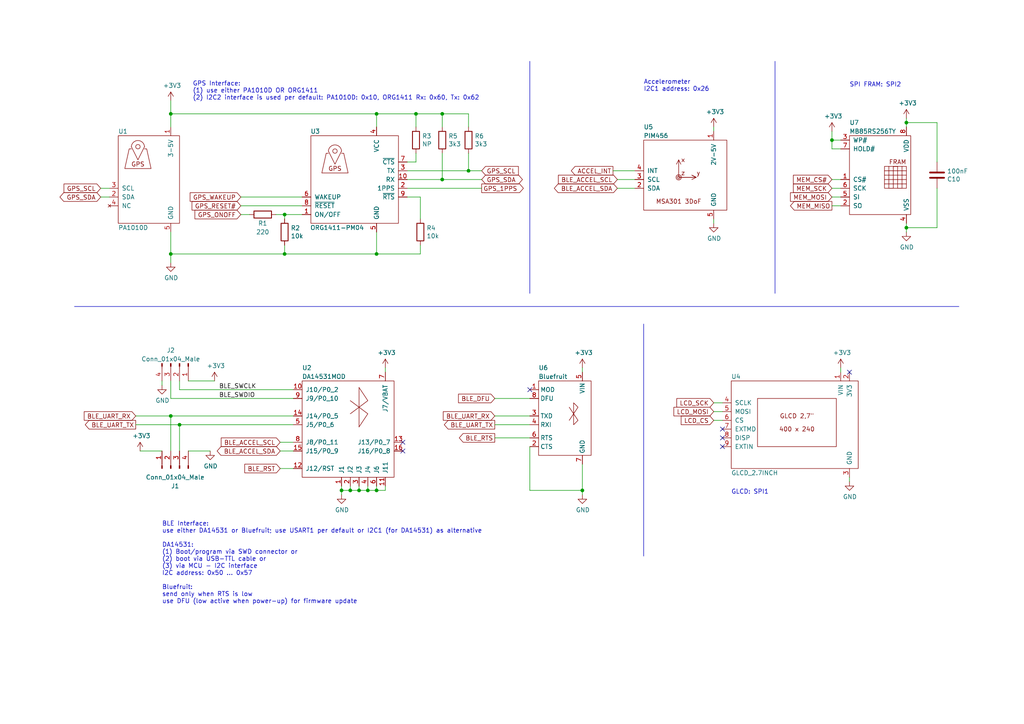
<source format=kicad_sch>
(kicad_sch (version 20220126) (generator eeschema)
  (paper "A4")
  (title_block (title "Speedcoach") (rev "v1") (company "Peter Horauer"))
  (lib_symbols
    (symbol "Device:C" (pin_numbers hide) (pin_names (offset 0.254))
      (property "Reference" "C" (at 0.635 2.54 0))
      (property "Value" "C" (at 0.635 -2.54 0))
      (symbol "C_0_1"
        (polyline (pts (xy -2.032 -0.762) (xy 2.032 -0.762)) (stroke (width 0.508)))
        (polyline (pts (xy -2.032 0.762) (xy 2.032 0.762)) (stroke (width 0.508)))
      )
      (symbol "C_1_1"
        (pin passive line (at 0 3.81 270) (length 2.794) (name "~") (number "1"))
        (pin passive line (at 0 -3.81 90) (length 2.794) (name "~") (number "2"))
      )
    )
    (symbol "Device:R" (pin_numbers hide) (pin_names (offset 0))
      (property "Reference" "R" (at 2.032 0 90))
      (property "Value" "R" (at 0 0 90))
      (symbol "R_0_1"
        (rectangle (start -1.016 -2.54) (end 1.016 2.54) (stroke (width 0.254)))
      )
      (symbol "R_1_1"
        (pin passive line (at 0 3.81 270) (length 1.27) (name "~") (number "1"))
        (pin passive line (at 0 -3.81 90) (length 1.27) (name "~") (number "2"))
      )
    )
    (symbol "power:+3V3" (power) (pin_names (offset 0))
      (property "Value" "+3V3" (at 0 3.556 0))
      (symbol "+3V3_0_1"
        (polyline (pts (xy -0.762 1.27) (xy 0 2.54)))
        (polyline (pts (xy 0 0) (xy 0 2.54)))
        (polyline (pts (xy 0 2.54) (xy 0.762 1.27)))
      )
      (symbol "+3V3_1_1"
        (pin power_in line (at 0 0 90) (length 0) hide (name "+3V3") (number "1"))
      )
    )
    (symbol "power:GND" (power) (pin_names (offset 0))
      (property "Value" "GND" (at 0 -3.81 0))
      (symbol "GND_0_1"
        (polyline (pts (xy 0 0) (xy 0 -1.27) (xy 1.27 -1.27) (xy 0 -2.54) (xy -1.27 -1.27) (xy 0 -1.27)))
      )
      (symbol "GND_1_1"
        (pin power_in line (at 0 0 270) (length 0) hide (name "GND") (number "1"))
      )
    )
    (symbol "speedcoach:Bluefruit"
      (property "Reference" "U" (at 3.81 20.32 0))
      (property "Value" "Bluefruit" (at 12.7 5.08 0))
      (symbol "Bluefruit_0_1"
        (polyline (pts (xy 11.43 11.43) (xy 13.97 7.62) (xy 12.7 6.35) (xy 12.7 12.7) (xy 13.97 11.43) (xy 11.43 7.62)))
        (rectangle (start 2.54 19.05) (end 17.78 -2.54))
      )
      (symbol "Bluefruit_1_1"
        (pin input line (at 0 16.51 0) (length 2.54) (name "MOD") (number "1"))
        (pin input line (at 0 0 0) (length 2.54) (name "CTS") (number "2"))
        (pin output line (at 0 8.89 0) (length 2.54) (name "TXD") (number "3"))
        (pin input line (at 0 6.35 0) (length 2.54) (name "RXI") (number "4"))
        (pin power_in line (at 15.24 21.59 270) (length 2.54) (name "VIN") (number "5"))
        (pin output line (at 0 2.54 0) (length 2.54) (name "RTS") (number "6"))
        (pin power_in line (at 15.24 -5.08 90) (length 2.54) (name "GND") (number "7"))
        (pin input line (at 0 13.97 0) (length 2.54) (name "DFU") (number "8"))
      )
    )
    (symbol "speedcoach:Conn_01x04_Male" (pin_names (offset 1.016) hide)
      (property "Reference" "J" (at 0 5.08 0))
      (property "Value" "Conn_01x04_Male" (at 0 -7.62 0))
      (symbol "Conn_01x04_Male_1_1"
        (polyline (pts (xy 1.27 -5.08) (xy 0.8636 -5.08)) (stroke (width 0.1524)))
        (polyline (pts (xy 1.27 -2.54) (xy 0.8636 -2.54)) (stroke (width 0.1524)))
        (polyline (pts (xy 1.27 0) (xy 0.8636 0)) (stroke (width 0.1524)))
        (polyline (pts (xy 1.27 2.54) (xy 0.8636 2.54)) (stroke (width 0.1524)))
        (rectangle (start 0.8636 -4.953) (end 0 -5.207) (stroke (width 0.1524)) (fill (type outline)))
        (rectangle (start 0.8636 -2.413) (end 0 -2.667) (stroke (width 0.1524)) (fill (type outline)))
        (rectangle (start 0.8636 0.127) (end 0 -0.127) (stroke (width 0.1524)) (fill (type outline)))
        (rectangle (start 0.8636 2.667) (end 0 2.413) (stroke (width 0.1524)) (fill (type outline)))
        (pin passive line (at 5.08 2.54 180) (length 3.81) (name "Pin_1") (number "1"))
        (pin passive line (at 5.08 0 180) (length 3.81) (name "Pin_2") (number "2"))
        (pin passive line (at 5.08 -2.54 180) (length 3.81) (name "Pin_3") (number "3"))
        (pin passive line (at 5.08 -5.08 180) (length 3.81) (name "Pin_4") (number "4"))
      )
    )
    (symbol "speedcoach:DA14531MOD" (pin_names (offset 1.016))
      (property "Reference" "U" (at 2.54 28.575 0))
      (property "Value" "DA14531MOD" (at 8.255 26.67 0))
      (symbol "DA14531MOD_0_1"
        (polyline (pts (xy 19.05 23.495) (xy 19.05 12.065)))
        (polyline (pts (xy 19.05 12.065) (xy 21.59 15.875) (xy 16.51 19.685)))
        (polyline (pts (xy 19.05 23.495) (xy 21.59 19.685) (xy 16.51 15.875)))
        (rectangle (start 2.54 25.4) (end 29.21 -2.54))
      )
      (symbol "DA14531MOD_1_1"
        (pin power_in line (at 13.97 -5.08 90) (length 2.54) (name "J1") (number "1"))
        (pin bidirectional line (at 0 22.86 0) (length 2.54) (name "J10/P0_2") (number "10"))
        (pin power_in line (at 26.67 -5.08 90) (length 2.54) (name "J11") (number "11"))
        (pin input line (at 0 0 0) (length 2.54) (name "J12/RST") (number "12"))
        (pin bidirectional line (at 31.75 7.62 180) (length 2.54) (name "J13/P0_7") (number "13"))
        (pin bidirectional line (at 0 15.24 0) (length 2.54) (name "J14/P0_5") (number "14"))
        (pin bidirectional line (at 0 5.08 0) (length 2.54) (name "J15/P0_9") (number "15"))
        (pin bidirectional line (at 31.75 5.08 180) (length 2.54) (name "J16/P0_8") (number "16"))
        (pin power_in line (at 16.51 -5.08 90) (length 2.54) (name "J2") (number "2"))
        (pin power_in line (at 19.05 -5.08 90) (length 2.54) (name "J3") (number "3"))
        (pin power_in line (at 21.59 -5.08 90) (length 2.54) (name "J4") (number "4"))
        (pin bidirectional line (at 0 12.7 0) (length 2.54) (name "J5/P0_6") (number "5"))
        (pin power_in line (at 24.13 -5.08 90) (length 2.54) (name "J6") (number "6"))
        (pin power_in line (at 26.67 27.94 270) (length 2.54) (name "J7/VBAT") (number "7"))
        (pin bidirectional line (at 0 7.62 0) (length 2.54) (name "J8/P0_11") (number "8"))
        (pin bidirectional line (at 0 20.32 0) (length 2.54) (name "J9/P0_10") (number "9"))
      )
    )
    (symbol "speedcoach:GLCD_2.7INCH" (pin_names (offset 1.016))
      (property "Reference" "U" (at 1.27 26.67 0))
      (property "Value" "GLCD_2.7INCH" (at 7.62 -1.27 0))
      (symbol "GLCD_2.7INCH_0_0"
        (rectangle (start 0 25.4) (end 36.83 0))
        (rectangle (start 7.62 20.32) (end 30.48 6.35))
        (text "400 x 240" (at 19.05 11.43 0) (effects (font (size 1.27 1.27))))
        (text "GLCD 2,7\"" (at 19.05 15.24 0) (effects (font (size 1.27 1.27))))
      )
      (symbol "GLCD_2.7INCH_1_1"
        (pin power_in line (at 31.75 27.94 270) (length 2.54) (name "VIN") (number "1"))
        (pin power_in line (at 34.29 27.94 270) (length 2.54) (name "3V3") (number "2"))
        (pin power_in line (at 34.29 -2.54 90) (length 2.54) (name "GND") (number "3"))
        (pin input line (at -2.54 19.05 0) (length 2.54) (name "SCLK") (number "4"))
        (pin input line (at -2.54 16.51 0) (length 2.54) (name "MOSI") (number "5"))
        (pin input line (at -2.54 13.97 0) (length 2.54) (name "CS") (number "6"))
        (pin input line (at -2.54 11.43 0) (length 2.54) (name "EXTMD") (number "7"))
        (pin input line (at -2.54 8.89 0) (length 2.54) (name "DISP") (number "8"))
        (pin input line (at -2.54 6.35 0) (length 2.54) (name "EXTIN") (number "9"))
      )
    )
    (symbol "speedcoach:MB85RS256TY" (pin_names (offset 1.016))
      (property "Reference" "U" (at 3.81 19.05 0))
      (property "Value" "MB85RS256TY" (at 8.89 -6.35 0))
      (symbol "MB85RS256TY_0_0"
        (text "FRAM" (at 16.51 10.16 0) (effects (font (size 1.27 1.27))))
      )
      (symbol "MB85RS256TY_0_1"
        (polyline (pts (xy 12.7 3.81) (xy 19.05 3.81)))
        (polyline (pts (xy 12.7 5.08) (xy 19.05 5.08)))
        (polyline (pts (xy 12.7 6.35) (xy 19.05 6.35)))
        (polyline (pts (xy 12.7 7.62) (xy 19.05 7.62)))
        (polyline (pts (xy 12.7 8.89) (xy 19.05 8.89) (xy 19.05 2.54) (xy 12.7 2.54) (xy 12.7 8.89)))
        (polyline (pts (xy 13.97 8.89) (xy 13.97 2.54) (xy 15.24 2.54) (xy 15.24 8.89) (xy 16.51 8.89) (xy 16.51 2.54) (xy 17.78 2.54) (xy 17.78 8.89)))
        (rectangle (start 2.54 17.78) (end 20.32 -5.08))
      )
      (symbol "MB85RS256TY_1_1"
        (pin input line (at 0 5.08 0) (length 2.54) (name "CS#") (number "1"))
        (pin input line (at 0 -2.54 0) (length 2.54) (name "SO") (number "2"))
        (pin input line (at 0 16.51 0) (length 2.54) (name "WP#") (number "3"))
        (pin power_in line (at 19.05 -7.62 90) (length 2.54) (name "VSS") (number "4"))
        (pin input line (at 0 0 0) (length 2.54) (name "SI") (number "5"))
        (pin input line (at 0 2.54 0) (length 2.54) (name "SCK") (number "6"))
        (pin input line (at 0 13.97 0) (length 2.54) (name "HOLD#") (number "7"))
        (pin power_in line (at 19.05 20.32 270) (length 2.54) (name "VDD") (number "8"))
      )
    )
    (symbol "speedcoach:ORG1411-PM04" (pin_names (offset 1.016))
      (property "Reference" "U" (at 3.81 24.13 0))
      (property "Value" "ORG1411-PM04" (at 11.43 -3.81 0))
      (symbol "ORG1411-PM04_0_0"
        (text "GPS" (at 9.525 13.335 0) (effects (font (size 1.27 1.27))))
      )
      (symbol "ORG1411-PM04_0_1"
        (polyline (pts (xy 7.62 18.415) (xy 9.525 14.605) (xy 11.43 18.415)))
        (polyline (pts (xy 7.62 17.78) (xy 6.985 17.78) (xy 5.715 12.065) (xy 13.335 12.065) (xy 12.065 17.78) (xy 11.43 17.78)))
        (rectangle (start 2.54 22.86) (end 27.94 -2.54))
        (circle (center 9.525 18.415) (radius 0.635))
        (arc (start 11.43 18.415) (mid 9.525 20.1972) (end 7.62 18.415))
      )
      (symbol "ORG1411-PM04_1_1"
        (pin input line (at 0 0 0) (length 2.54) (name "ON/OFF") (number "1"))
        (pin bidirectional line (at 30.48 10.16 180) (length 2.54) (name "RX") (number "10"))
        (pin output line (at 30.48 7.62 180) (length 2.54) (name "1PPS") (number "2"))
        (pin bidirectional line (at 30.48 12.7 180) (length 2.54) (name "TX") (number "3"))
        (pin power_in line (at 21.59 25.4 270) (length 2.54) (name "VCC") (number "4"))
        (pin power_in line (at 21.59 -5.08 90) (length 2.54) (name "GND") (number "5"))
        (pin input line (at 0 5.08 0) (length 2.54) (name "WAKEUP") (number "6"))
        (pin bidirectional line (at 30.48 15.24 180) (length 2.54) (name "~{CTS}") (number "7"))
        (pin input line (at 0 2.54 0) (length 2.54) (name "~{RESET}") (number "8"))
        (pin bidirectional line (at 30.48 5.08 180) (length 2.54) (name "~{RTS}") (number "9"))
      )
    )
    (symbol "speedcoach:PA1010D" (pin_names (offset 1.016))
      (property "Reference" "U" (at 3.81 19.05 0))
      (property "Value" "PA1010D" (at 6.35 -8.89 0))
      (symbol "PA1010D_0_0"
        (rectangle (start 2.54 -7.62) (end 20.32 17.78))
      )
      (symbol "PA1010D_1_1"
        (polyline (pts (xy 6.35 14.605) (xy 8.255 10.795) (xy 10.16 14.605)))
        (polyline (pts (xy 6.35 13.97) (xy 5.715 13.97) (xy 4.445 8.255) (xy 12.065 8.255) (xy 10.795 13.97) (xy 10.16 13.97)))
        (circle (center 8.255 14.605) (radius 0.635))
        (arc (start 10.16 14.605) (mid 8.255 16.3872) (end 6.35 14.605))
        (text "GPS" (at 8.255 9.525 0) (effects (font (size 1.27 1.27))))
        (pin power_in line (at 17.78 20.32 270) (length 2.54) (name "3-5V") (number "1"))
        (pin bidirectional line (at 0 0 0) (length 2.54) (name "SDA") (number "2"))
        (pin input line (at 0 2.54 0) (length 2.54) (name "SCL") (number "3"))
        (pin no_connect line (at 0 -2.54 0) (length 2.54) (name "NC") (number "4"))
        (pin power_in line (at 17.78 -10.16 90) (length 2.54) (name "GND") (number "5"))
      )
    )
    (symbol "speedcoach:PIM456" (pin_names (offset 1.016))
      (property "Reference" "U" (at 3.81 15.24 0))
      (property "Value" "PIM456" (at 6.35 -7.62 0))
      (symbol "PIM456_0_0"
        (polyline (pts (xy 12.7 8.255) (xy 13.335 6.985)))
        (polyline (pts (xy 17.78 3.175) (xy 16.51 2.54)))
        (polyline (pts (xy 12.7 3.175) (xy 12.7 8.255) (xy 12.065 6.985)))
        (polyline (pts (xy 12.7 3.175) (xy 17.78 3.175) (xy 16.51 3.81)))
        (polyline (pts (xy 12.7 3.175) (xy 17.78 3.175) (xy 16.51 3.81)))
        (circle (center 12.7 3.175) (radius 0.4064))
        (circle (center 12.7 3.175) (radius 0.762))
        (text "MSA301 3DoF" (at 12.7 -3.81 0) (effects (font (size 1.27 1.27))))
        (text "x" (at 13.97 8.255 0) (effects (font (size 1.27 1.27))))
        (text "y" (at 18.415 4.445 0) (effects (font (size 1.27 1.27))))
        (text "z" (at 13.97 4.445 0) (effects (font (size 1.27 1.27))))
      )
      (symbol "PIM456_0_1"
        (rectangle (start 12.7 6.35) (end 12.7 6.35))
        (rectangle (start 26.67 13.97) (end 2.54 -6.35))
      )
      (symbol "PIM456_1_1"
        (pin power_in line (at 22.86 16.51 270) (length 2.54) (name "2V-5V") (number "1"))
        (pin bidirectional line (at 0 0 0) (length 2.54) (name "SDA") (number "2"))
        (pin input line (at 0 2.54 0) (length 2.54) (name "SCL") (number "3"))
        (pin output line (at 0 5.08 0) (length 2.54) (name "INT") (number "4"))
        (pin power_in line (at 22.86 -8.89 90) (length 2.54) (name "GND") (number "5"))
      )
    )
  )
  (junction (at 82.55 73.66))
  (junction (at 109.22 73.66))
  (junction (at 49.53 33.02))
  (junction (at 104.14 142.24))
  (junction (at 262.89 66.04))
  (junction (at 109.22 142.24))
  (junction (at 109.22 33.02))
  (junction (at 52.07 123.19))
  (junction (at 99.06 142.24))
  (junction (at 128.27 33.02))
  (junction (at 120.65 33.02))
  (junction (at 241.3 40.64))
  (junction (at 168.91 142.24))
  (junction (at 135.89 49.53))
  (junction (at 101.6 142.24))
  (junction (at 49.53 73.66))
  (junction (at 106.68 142.24))
  (junction (at 49.53 120.65))
  (junction (at 128.27 52.07))
  (junction (at 262.89 35.56))
  (junction (at 82.55 62.23))
  (no_connect (at 209.55 124.46))
  (no_connect (at 246.38 107.95))
  (no_connect (at 116.84 128.27))
  (no_connect (at 209.55 127))
  (no_connect (at 116.84 130.81))
  (no_connect (at 153.67 113.03))
  (no_connect (at 209.55 129.54))
  (wire (pts (xy 109.22 142.24) (xy 109.22 140.97)))
  (wire (pts (xy 207.01 121.92) (xy 209.55 121.92)))
  (wire (pts (xy 69.85 59.69) (xy 87.63 59.69)))
  (wire (pts (xy 49.53 115.57) (xy 85.09 115.57)))
  (wire (pts (xy 271.78 35.56) (xy 271.78 46.99)))
  (wire (pts (xy 143.51 115.57) (xy 153.67 115.57)))
  (wire (pts (xy 120.65 33.02) (xy 109.22 33.02)))
  (wire (pts (xy 120.65 36.83) (xy 120.65 33.02)))
  (wire (pts (xy 81.28 128.27) (xy 85.09 128.27)))
  (wire (pts (xy 49.53 110.49) (xy 49.53 115.57)))
  (wire (pts (xy 177.8 49.53) (xy 184.15 49.53)))
  (wire (pts (xy 109.22 36.83) (xy 109.22 33.02)))
  (wire (pts (xy 39.37 123.19) (xy 52.07 123.19)))
  (wire (pts (xy 143.51 120.65) (xy 153.67 120.65)))
  (wire (pts (xy 40.64 130.81) (xy 46.99 130.81)))
  (wire (pts (xy 54.61 130.81) (xy 60.96 130.81)))
  (wire (pts (xy 207.01 38.1) (xy 207.01 36.83)))
  (wire (pts (xy 82.55 63.5) (xy 82.55 62.23)))
  (wire (pts (xy 111.76 107.95) (xy 111.76 106.68)))
  (wire (pts (xy 99.06 143.51) (xy 99.06 142.24)))
  (wire (pts (xy 128.27 52.07) (xy 118.11 52.07)))
  (wire (pts (xy 207.01 64.77) (xy 207.01 63.5)))
  (wire (pts (xy 109.22 142.24) (xy 111.76 142.24)))
  (wire (pts (xy 139.7 54.61) (xy 118.11 54.61)))
  (wire (pts (xy 118.11 57.15) (xy 121.92 57.15)))
  (wire (pts (xy 120.65 46.99) (xy 120.65 44.45)))
  (wire (pts (xy 207.01 116.84) (xy 209.55 116.84)))
  (wire (pts (xy 179.07 52.07) (xy 184.15 52.07)))
  (wire (pts (xy 52.07 113.03) (xy 85.09 113.03)))
  (wire (pts (xy 82.55 73.66) (xy 109.22 73.66)))
  (wire (pts (xy 241.3 43.18) (xy 243.84 43.18)))
  (wire (pts (xy 241.3 40.64) (xy 241.3 43.18)))
  (polyline (pts (xy 186.69 93.98) (xy 186.69 161.29)))
  (wire (pts (xy 99.06 142.24) (xy 101.6 142.24)))
  (wire (pts (xy 109.22 33.02) (xy 49.53 33.02)))
  (wire (pts (xy 168.91 142.24) (xy 168.91 143.51)))
  (wire (pts (xy 262.89 64.77) (xy 262.89 66.04)))
  (wire (pts (xy 271.78 66.04) (xy 262.89 66.04)))
  (wire (pts (xy 153.67 142.24) (xy 168.91 142.24)))
  (wire (pts (xy 49.53 73.66) (xy 49.53 67.31)))
  (wire (pts (xy 39.37 120.65) (xy 49.53 120.65)))
  (wire (pts (xy 241.3 57.15) (xy 243.84 57.15)))
  (wire (pts (xy 46.99 111.76) (xy 46.99 110.49)))
  (wire (pts (xy 49.53 33.02) (xy 49.53 29.21)))
  (wire (pts (xy 243.84 107.95) (xy 243.84 106.68)))
  (wire (pts (xy 241.3 52.07) (xy 243.84 52.07)))
  (wire (pts (xy 262.89 34.29) (xy 262.89 35.56)))
  (wire (pts (xy 69.85 57.15) (xy 87.63 57.15)))
  (wire (pts (xy 241.3 54.61) (xy 243.84 54.61)))
  (wire (pts (xy 128.27 33.02) (xy 128.27 36.83)))
  (polyline (pts (xy 153.67 17.78) (xy 153.67 85.09)))
  (wire (pts (xy 82.55 71.12) (xy 82.55 73.66)))
  (wire (pts (xy 49.53 76.2) (xy 49.53 73.66)))
  (wire (pts (xy 106.68 142.24) (xy 106.68 140.97)))
  (wire (pts (xy 143.51 127) (xy 153.67 127)))
  (wire (pts (xy 49.53 120.65) (xy 85.09 120.65)))
  (wire (pts (xy 82.55 62.23) (xy 87.63 62.23)))
  (polyline (pts (xy 224.79 17.78) (xy 224.79 85.09)))
  (wire (pts (xy 241.3 40.64) (xy 243.84 40.64)))
  (wire (pts (xy 106.68 142.24) (xy 109.22 142.24)))
  (wire (pts (xy 81.28 130.81) (xy 85.09 130.81)))
  (wire (pts (xy 121.92 71.12) (xy 121.92 73.66)))
  (wire (pts (xy 29.21 57.15) (xy 31.75 57.15)))
  (wire (pts (xy 101.6 142.24) (xy 101.6 140.97)))
  (wire (pts (xy 82.55 73.66) (xy 49.53 73.66)))
  (wire (pts (xy 128.27 33.02) (xy 120.65 33.02)))
  (wire (pts (xy 52.07 123.19) (xy 85.09 123.19)))
  (wire (pts (xy 241.3 38.1) (xy 241.3 40.64)))
  (wire (pts (xy 99.06 142.24) (xy 99.06 140.97)))
  (wire (pts (xy 153.67 129.54) (xy 153.67 142.24)))
  (wire (pts (xy 82.55 62.23) (xy 80.01 62.23)))
  (wire (pts (xy 271.78 54.61) (xy 271.78 66.04)))
  (wire (pts (xy 52.07 110.49) (xy 52.07 113.03)))
  (wire (pts (xy 168.91 106.68) (xy 168.91 107.95)))
  (wire (pts (xy 135.89 49.53) (xy 139.7 49.53)))
  (wire (pts (xy 54.61 110.49) (xy 62.23 110.49)))
  (wire (pts (xy 121.92 57.15) (xy 121.92 63.5)))
  (wire (pts (xy 184.15 54.61) (xy 179.07 54.61)))
  (wire (pts (xy 104.14 142.24) (xy 106.68 142.24)))
  (wire (pts (xy 143.51 123.19) (xy 153.67 123.19)))
  (wire (pts (xy 29.21 54.61) (xy 31.75 54.61)))
  (wire (pts (xy 118.11 49.53) (xy 135.89 49.53)))
  (wire (pts (xy 262.89 35.56) (xy 271.78 35.56)))
  (wire (pts (xy 262.89 35.56) (xy 262.89 36.83)))
  (wire (pts (xy 72.39 62.23) (xy 69.85 62.23)))
  (wire (pts (xy 128.27 52.07) (xy 139.7 52.07)))
  (wire (pts (xy 128.27 44.45) (xy 128.27 52.07)))
  (wire (pts (xy 168.91 134.62) (xy 168.91 142.24)))
  (wire (pts (xy 135.89 33.02) (xy 135.89 36.83)))
  (wire (pts (xy 109.22 67.31) (xy 109.22 73.66)))
  (polyline (pts (xy 21.59 88.9) (xy 278.13 88.9)))
  (wire (pts (xy 128.27 33.02) (xy 135.89 33.02)))
  (wire (pts (xy 52.07 130.81) (xy 52.07 123.19)))
  (wire (pts (xy 121.92 73.66) (xy 109.22 73.66)))
  (wire (pts (xy 81.28 135.89) (xy 85.09 135.89)))
  (wire (pts (xy 262.89 66.04) (xy 262.89 67.31)))
  (wire (pts (xy 111.76 142.24) (xy 111.76 140.97)))
  (wire (pts (xy 135.89 44.45) (xy 135.89 49.53)))
  (wire (pts (xy 101.6 142.24) (xy 104.14 142.24)))
  (wire (pts (xy 49.53 36.83) (xy 49.53 33.02)))
  (wire (pts (xy 104.14 142.24) (xy 104.14 140.97)))
  (wire (pts (xy 246.38 139.7) (xy 246.38 138.43)))
  (wire (pts (xy 241.3 59.69) (xy 243.84 59.69)))
  (wire (pts (xy 209.55 119.38) (xy 207.01 119.38)))
  (wire (pts (xy 118.11 46.99) (xy 120.65 46.99)))
  (wire (pts (xy 49.53 130.81) (xy 49.53 120.65)))
  (text "Accelerometer\nI2C1 address: 0x26" (at 186.69 26.67 0) (effects (font (size 1.27 1.27)) (justify left bottom)))
  (text "SPI FRAM: SPI2" (at 246.38 25.4 0) (effects (font (size 1.27 1.27)) (justify left bottom)))
  (text "GLCD: SPI1" (at 212.09 143.51 0) (effects (font (size 1.27 1.27)) (justify left bottom)))
  (text "GPS Interface:\n(1) use either PA1010D OR ORG1411\n(2) I2C2 interface is used per default: PA1010D: 0x10, ORG1411 Rx: 0x60, Tx: 0x62" (at 55.88 29.21 0) (effects (font (size 1.27 1.27)) (justify left bottom)))
  (text "BLE Interface:\nuse either DA14531 or Bluefruit; use USART1 per default or I2C1 (for DA14531) as alternative\n\nDA14531:\n(1) Boot/program via SWD connector or\n(2) boot via USB-TTL cable or\n(3) via MCU - I2C interface\nI2C address: 0x50 ... 0x57\n\nBluefruit:\nsend only when RTS is low\nuse DFU (low active when power-up) for firmware update" (at 46.99 175.26 0) (effects (font (size 1.27 1.27)) (justify left bottom)))
  (label "BLE_SWCLK" (at 63.5 113.03 0))
  (label "BLE_SWDIO" (at 63.5 115.57 0))
  (global_label "BLE_ACCEL_SCL" (shape input) (at 81.28 128.27 180) (property "Intersheetrefs" "${INTERSHEET_REFS}" (effects hide)))
  (global_label "GPS_ONOFF" (shape input) (at 69.85 62.23 180) (property "Intersheetrefs" "${INTERSHEET_REFS}" (at 0 0 0)))
  (global_label "LCD_CS" (shape input) (at 207.01 121.92 180) (property "Intersheetrefs" "${INTERSHEET_REFS}" (at 53.34 -1.27 0)))
  (global_label "BLE_UART_RX" (shape input) (at 143.51 120.65 180) (property "Intersheetrefs" "${INTERSHEET_REFS}" (at 104.14 0 0)))
  (global_label "GPS_RESET#" (shape input) (at 69.85 59.69 180) (property "Intersheetrefs" "${INTERSHEET_REFS}" (at 0 0 0)))
  (global_label "MEM_SCK" (shape input) (at 241.3 54.61 180) (property "Intersheetrefs" "${INTERSHEET_REFS}" (effects hide)))
  (global_label "MEM_MOSI" (shape input) (at 241.3 57.15 180) (property "Intersheetrefs" "${INTERSHEET_REFS}" (effects hide)))
  (global_label "BLE_UART_TX" (shape output) (at 143.51 123.19 180) (property "Intersheetrefs" "${INTERSHEET_REFS}" (at 104.14 0 0)))
  (global_label "GPS_1PPS" (shape output) (at 139.7 54.61 0) (property "Intersheetrefs" "${INTERSHEET_REFS}" (at 0 0 0)))
  (global_label "BLE_UART_RX" (shape input) (at 39.37 120.65 180) (property "Intersheetrefs" "${INTERSHEET_REFS}" (at 0 0 0)))
  (global_label "ACCEL_INT" (shape output) (at 177.8 49.53 180) (property "Intersheetrefs" "${INTERSHEET_REFS}" (effects hide)))
  (global_label "MEM_CS#" (shape input) (at 241.3 52.07 180) (property "Intersheetrefs" "${INTERSHEET_REFS}" (effects hide)))
  (global_label "GPS_SCL" (shape input) (at 139.7 49.53 0) (property "Intersheetrefs" "${INTERSHEET_REFS}" (at 0 0 0)))
  (global_label "LCD_MOSI" (shape input) (at 207.01 119.38 180) (property "Intersheetrefs" "${INTERSHEET_REFS}" (at 53.34 -1.27 0)))
  (global_label "BLE_DFU" (shape input) (at 143.51 115.57 180) (property "Intersheetrefs" "${INTERSHEET_REFS}" (effects hide)))
  (global_label "BLE_UART_TX" (shape output) (at 39.37 123.19 180) (property "Intersheetrefs" "${INTERSHEET_REFS}" (at 0 0 0)))
  (global_label "BLE_ACCEL_SDA" (shape bidirectional) (at 81.28 130.81 180) (property "Intersheetrefs" "${INTERSHEET_REFS}" (effects hide)))
  (global_label "BLE_ACCEL_SDA" (shape bidirectional) (at 179.07 54.61 180) (property "Intersheetrefs" "${INTERSHEET_REFS}" (effects hide)))
  (global_label "BLE_RTS" (shape output) (at 143.51 127 180) (property "Intersheetrefs" "${INTERSHEET_REFS}" (effects hide)))
  (global_label "GPS_SDA" (shape bidirectional) (at 139.7 52.07 0) (property "Intersheetrefs" "${INTERSHEET_REFS}" (at 0 0 0)))
  (global_label "GPS_SDA" (shape bidirectional) (at 29.21 57.15 180) (property "Intersheetrefs" "${INTERSHEET_REFS}" (at 0 0 0)))
  (global_label "MEM_MISO" (shape output) (at 241.3 59.69 180) (property "Intersheetrefs" "${INTERSHEET_REFS}" (effects hide)))
  (global_label "GPS_SCL" (shape input) (at 29.21 54.61 180) (property "Intersheetrefs" "${INTERSHEET_REFS}" (at 0 0 0)))
  (global_label "LCD_SCK" (shape input) (at 207.01 116.84 180) (property "Intersheetrefs" "${INTERSHEET_REFS}" (at 53.34 -1.27 0)))
  (global_label "GPS_WAKEUP" (shape input) (at 69.85 57.15 180) (property "Intersheetrefs" "${INTERSHEET_REFS}" (at 0 0 0)))
  (global_label "BLE_ACCEL_SCL" (shape input) (at 179.07 52.07 180) (property "Intersheetrefs" "${INTERSHEET_REFS}" (effects hide)))
  (global_label "BLE_RST" (shape input) (at 81.28 135.89 180) (property "Intersheetrefs" "${INTERSHEET_REFS}" (at 3.81 0 0)))
  (symbol (lib_id "power:GND") (at 262.89 67.31 0) (unit 1)
    (property "Reference" "#PWR030" (effects hide))
    (property "Value" "GND" (at 263.017 71.7042 0))
  )
  (symbol (lib_id "power:+3V3") (at 262.89 34.29 0) (unit 1)
    (property "Reference" "#PWR029" (effects hide))
    (property "Value" "+3V3" (at 263.271 29.8958 0))
  )
  (symbol (lib_id "power:+3V3") (at 241.3 38.1 0) (unit 1)
    (property "Reference" "#PWR028" (effects hide))
    (property "Value" "+3V3" (at 241.681 33.7058 0))
  )
  (symbol (lib_id "speedcoach:PA1010D") (at 31.75 57.15 0) (unit 1)
    (property "Reference" "U1" (at 34.29 38.1 0) (effects (justify left)))
    (property "Value" "PA1010D" (at 34.29 66.04 0) (effects (justify left)))
    (property "Footprint" "speedcoach:PA1010D" (effects hide))
    (property "Datasheet" "https://shop.pimoroni.com/products/pa1010d-gps-breakout" (effects hide))
  )
  (symbol (lib_id "power:+3V3") (at 49.53 29.21 0) (unit 1)
    (property "Reference" "#PWR03" (effects hide))
    (property "Value" "+3V3" (at 49.911 24.8158 0))
  )
  (symbol (lib_id "Device:R") (at 76.2 62.23 270) (unit 1)
    (property "Reference" "R1" (at 76.2 64.77 90))
    (property "Value" "220" (at 76.2 67.31 90))
    (property "Footprint" "Resistor_SMD:R_0805_2012Metric" (effects hide))
  )
  (symbol (lib_id "Device:R") (at 82.55 67.31 0) (unit 1)
    (property "Reference" "R2" (at 84.328 66.1416 0) (effects (justify left)))
    (property "Value" "10k" (at 84.328 68.453 0) (effects (justify left)))
    (property "Footprint" "Resistor_SMD:R_0805_2012Metric" (effects hide))
  )
  (symbol (lib_id "power:GND") (at 49.53 76.2 0) (unit 1)
    (property "Reference" "#PWR04" (effects hide))
    (property "Value" "GND" (at 49.657 80.5942 0))
  )
  (symbol (lib_id "Device:R") (at 135.89 40.64 0) (unit 1)
    (property "Reference" "R6" (at 137.668 39.4716 0) (effects (justify left)))
    (property "Value" "3k3" (at 137.668 41.783 0) (effects (justify left)))
    (property "Footprint" "Resistor_SMD:R_0805_2012Metric" (effects hide))
  )
  (symbol (lib_id "Device:R") (at 128.27 40.64 0) (unit 1)
    (property "Reference" "R5" (at 130.048 39.4716 0) (effects (justify left)))
    (property "Value" "3k3" (at 130.048 41.783 0) (effects (justify left)))
    (property "Footprint" "Resistor_SMD:R_0805_2012Metric" (effects hide))
  )
  (symbol (lib_id "Device:R") (at 121.92 67.31 0) (unit 1)
    (property "Reference" "R4" (at 123.698 66.1416 0) (effects (justify left)))
    (property "Value" "10k" (at 123.698 68.453 0) (effects (justify left)))
    (property "Footprint" "Resistor_SMD:R_0805_2012Metric" (effects hide))
  )
  (symbol (lib_id "Device:R") (at 120.65 40.64 0) (unit 1)
    (property "Reference" "R3" (at 122.428 39.4716 0) (effects (justify left)))
    (property "Value" "NP" (at 122.428 41.783 0) (effects (justify left)))
    (property "Footprint" "Resistor_SMD:R_0805_2012Metric" (effects hide))
  )
  (symbol (lib_id "speedcoach:ORG1411-PM04") (at 87.63 62.23 0) (unit 1)
    (property "Reference" "U3" (at 91.44 38.1 0))
    (property "Value" "ORG1411-PM04" (at 97.79 66.04 0))
    (property "Footprint" "speedcoach:ORG1411" (effects hide))
    (property "Datasheet" "https://origingps.com/wp-content/uploads/2021/01/Nano-Hornet-ORG1411-Datasheet-Rev-4.5.pdf" (effects hide))
  )
  (symbol (lib_id "power:GND") (at 207.01 64.77 0) (unit 1)
    (property "Reference" "#PWR012" (effects hide))
    (property "Value" "GND" (at 207.137 69.1642 0))
  )
  (symbol (lib_id "power:+3V3") (at 207.01 36.83 0) (unit 1)
    (property "Reference" "#PWR011" (effects hide))
    (property "Value" "+3V3" (at 207.391 32.4358 0))
  )
  (symbol (lib_id "speedcoach:DA14531MOD") (at 85.09 135.89 0) (unit 1)
    (property "Reference" "U2" (at 87.63 106.68 0) (effects (justify left)))
    (property "Value" "DA14531MOD" (at 87.63 109.22 0) (effects (justify left)))
    (property "Footprint" "speedcoach:DA14531MOD-00F01002" (effects hide))
    (property "Datasheet" "https://www.dialog-semiconductor.com/sites/default/files/2020-12/da14531mod_datasheet_v2.3.pdf" (effects hide))
  )
  (symbol (lib_id "power:GND") (at 99.06 143.51 0) (unit 1)
    (property "Reference" "#PWR07" (effects hide))
    (property "Value" "GND" (at 99.187 147.9042 0))
  )
  (symbol (lib_id "power:+3V3") (at 111.76 106.68 0) (unit 1)
    (property "Reference" "#PWR08" (effects hide))
    (property "Value" "+3V3" (at 112.141 102.2858 0))
  )
  (symbol (lib_id "power:GND") (at 46.99 111.76 0) (unit 1)
    (property "Reference" "#PWR02" (effects hide))
    (property "Value" "GND" (at 47.117 116.1542 0))
  )
  (symbol (lib_id "power:+3V3") (at 62.23 110.49 0) (unit 1)
    (property "Reference" "#PWR06" (effects hide))
    (property "Value" "+3V3" (at 62.611 106.0958 0))
  )
  (symbol (lib_id "speedcoach:Conn_01x04_Male") (at 52.07 105.41 270) (unit 1)
    (property "Reference" "J2" (at 49.53 101.6 90))
    (property "Value" "Conn_01x04_Male" (at 49.53 104.14 90))
    (property "Footprint" "Connector_PinHeader_2.54mm:PinHeader_1x04_P2.54mm_Horizontal" (effects hide))
  )
  (symbol (lib_id "speedcoach:Conn_01x04_Male") (at 49.53 135.89 90) (unit 1)
    (property "Reference" "J1" (at 50.8 140.97 90))
    (property "Value" "Conn_01x04_Male" (at 50.8 138.43 90))
    (property "Footprint" "Connector_PinHeader_2.54mm:PinHeader_1x04_P2.54mm_Horizontal" (effects hide))
  )
  (symbol (lib_id "power:+3V3") (at 40.64 130.81 0) (unit 1)
    (property "Reference" "#PWR01" (effects hide))
    (property "Value" "+3V3" (at 41.021 126.4158 0))
  )
  (symbol (lib_id "power:GND") (at 60.96 130.81 0) (unit 1)
    (property "Reference" "#PWR05" (effects hide))
    (property "Value" "GND" (at 61.087 135.2042 0))
  )
  (symbol (lib_id "speedcoach:GLCD_2.7INCH") (at 212.09 135.89 0) (unit 1)
    (property "Reference" "U4" (at 212.09 109.22 0) (effects (justify left)))
    (property "Value" "GLCD_2.7INCH" (at 212.09 137.16 0) (effects (justify left)))
    (property "Footprint" "speedcoach:SHARP_DISPLAY_400x240" (effects hide))
    (property "Datasheet" "https://learn.adafruit.com/adafruit-sharp-memory-display-breakout/display-bad-apple-example" (effects hide))
  )
  (symbol (lib_id "power:GND") (at 246.38 139.7 0) (unit 1)
    (property "Reference" "#PWR010" (effects hide))
    (property "Value" "GND" (at 246.507 144.0942 0))
  )
  (symbol (lib_id "power:+3V3") (at 243.84 106.68 0) (unit 1)
    (property "Reference" "#PWR09" (effects hide))
    (property "Value" "+3V3" (at 244.221 102.2858 0))
  )
  (symbol (lib_id "speedcoach:MB85RS256TY") (at 243.84 57.15 0) (unit 1)
    (property "Reference" "U7" (at 246.38 35.56 0) (effects (justify left)))
    (property "Value" "MB85RS256TY" (at 246.38 38.1 0) (effects (justify left)))
    (property "Footprint" "Package_SO:SOP-8_3.9x4.9mm_P1.27mm" (effects hide))
    (property "Datasheet" "https://www.fujitsu.com/uk/Images/MB85RS256TY-Industrial.pdf" (effects hide))
  )
  (symbol (lib_id "speedcoach:PIM456") (at 184.15 54.61 0) (unit 1)
    (property "Reference" "U5" (at 186.69 36.83 0) (effects (justify left)))
    (property "Value" "PIM456" (at 186.69 39.37 0) (effects (justify left)))
    (property "Footprint" "speedcoach:PIM456" (effects hide))
    (property "Datasheet" "https://shop.pimoroni.com/products/msa301-3dof-motion-sensor-breakout" (effects hide))
  )
  (symbol (lib_id "power:GND") (at 168.91 143.51 0) (unit 1)
    (property "Reference" "#PWR014" (effects hide))
    (property "Value" "GND" (at 169.037 147.9042 0))
  )
  (symbol (lib_id "power:+3V3") (at 168.91 106.68 0) (unit 1)
    (property "Reference" "#PWR013" (effects hide))
    (property "Value" "+3V3" (at 169.291 102.2858 0))
  )
  (symbol (lib_id "speedcoach:Bluefruit") (at 153.67 129.54 0) (unit 1)
    (property "Reference" "U6" (at 156.21 106.68 0) (effects (justify left)))
    (property "Value" "Bluefruit" (at 156.21 109.22 0) (effects (justify left)))
    (property "Footprint" "speedcoach:Bluefruit" (effects hide))
    (property "Datasheet" "https://learn.adafruit.com/introducing-the-adafruit-bluefruit-le-uart-friend/introduction" (effects hide))
  )
  (symbol (lib_id "Device:C") (at 271.78 50.8 0) (mirror y) (unit 1)
    (property "Reference" "C10" (at 274.6756 51.9684 0) (effects (justify right)))
    (property "Value" "100nF" (at 274.6756 49.657 0) (effects (justify right)))
    (property "Footprint" "Capacitor_SMD:C_0805_2012Metric" (effects hide))
  )
)
</source>
